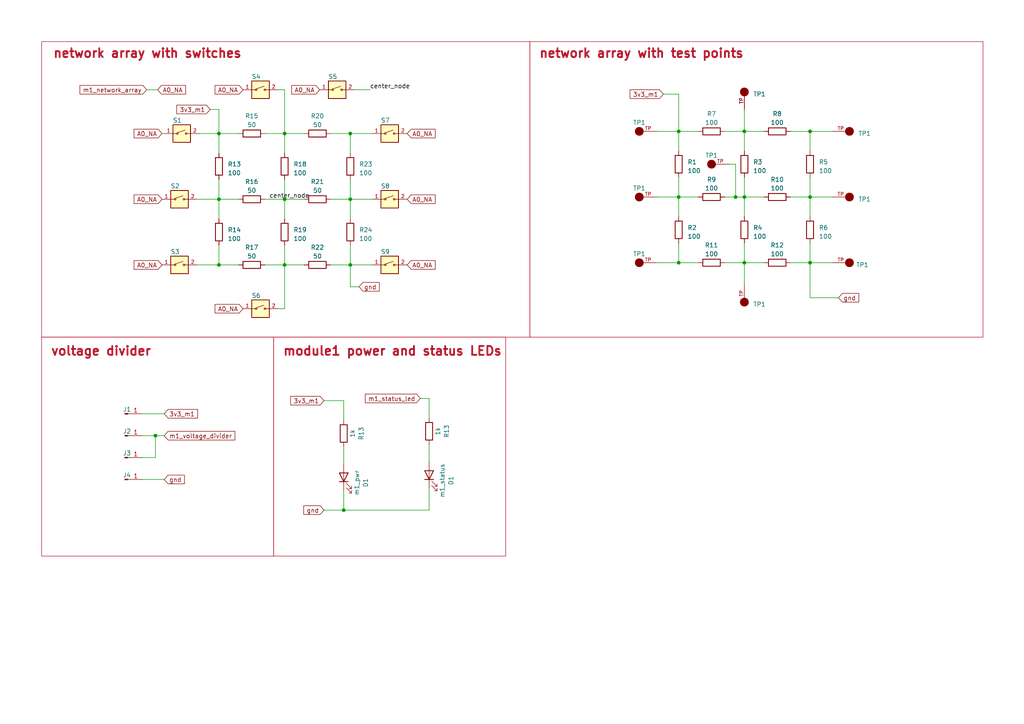
<source format=kicad_sch>
(kicad_sch (version 20230121) (generator eeschema)
  (paper "A4")
  (lib_symbols
    (symbol "5115:5115" (pin_names (offset 1.016) hide)
      (property "Reference" "TP" (at -2.5444 2.5415 0))
      (property "Value" "5115" (at -2.55 -5.0866 0))
      (symbol "5115_0_0"
        (circle (center 0 0) (radius 0.635) (stroke (width 1.27)))
        (pin passive line (at -5.08 0 0) (length 5.08) (name "~") (number "TP"))
      )
    )
    (symbol "Connector:Conn_01x01_Pin" (pin_names (offset 1.016) hide)
      (property "Reference" "J" (at 0 2.54 0))
      (property "Value" "Conn_01x01_Pin" (at 0 -2.54 0))
      (symbol "Conn_01x01_Pin_1_1"
        (polyline (pts (xy 1.27 0) (xy 0.8636 0)) (stroke (width 0.1524)))
        (rectangle (start 0.8636 0.127) (end 0 -0.127) (stroke (width 0.1524)) (fill (type outline)))
        (pin passive line (at 5.08 0 180) (length 3.81) (name "Pin_1") (number "1"))
      )
    )
    (symbol "Device:LED" (pin_numbers hide) (pin_names (offset 1.016) hide)
      (property "Reference" "D" (at 0 2.54 0))
      (property "Value" "LED" (at 0 -2.54 0))
      (symbol "LED_0_1"
        (polyline (pts (xy -1.27 -1.27) (xy -1.27 1.27)) (stroke (width 0.254)))
        (polyline (pts (xy -1.27 0) (xy 1.27 0)))
        (polyline (pts (xy 1.27 -1.27) (xy 1.27 1.27) (xy -1.27 0) (xy 1.27 -1.27)) (stroke (width 0.254)))
        (polyline (pts (xy -3.048 -0.762) (xy -4.572 -2.286) (xy -3.81 -2.286) (xy -4.572 -2.286) (xy -4.572 -1.524)))
        (polyline (pts (xy -1.778 -0.762) (xy -3.302 -2.286) (xy -2.54 -2.286) (xy -3.302 -2.286) (xy -3.302 -1.524)))
      )
      (symbol "LED_1_1"
        (pin passive line (at -3.81 0 0) (length 2.54) (name "K") (number "1"))
        (pin passive line (at 3.81 0 180) (length 2.54) (name "A") (number "2"))
      )
    )
    (symbol "Device:R" (pin_numbers hide) (pin_names (offset 0))
      (property "Reference" "R" (at 2.032 0 90))
      (property "Value" "R" (at 0 0 90))
      (symbol "R_0_1"
        (rectangle (start -1.016 -2.54) (end 1.016 2.54) (stroke (width 0.254)))
      )
      (symbol "R_1_1"
        (pin passive line (at 0 3.81 270) (length 1.27) (name "~") (number "1"))
        (pin passive line (at 0 -3.81 90) (length 1.27) (name "~") (number "2"))
      )
    )
    (symbol "FSM4JRT:4-1437565-0" (pin_names (offset 1.016))
      (property "Reference" "S" (at -2.545 2.545 0))
      (property "Value" "4-1437565-0" (at -2.7965 -6.3557 0))
      (symbol "4-1437565-0_0_0"
        (rectangle (start -2.54 -2.54) (end 2.54 2.54) (stroke (width 0.254)) (fill (type background)))
        (circle (center -1.27 0) (radius 0.254) (stroke (width 0.1524)))
        (polyline (pts (xy -1.27 0) (xy -2.54 0)) (stroke (width 0.1524)))
        (polyline (pts (xy -1.27 0.254) (xy 1.016 1.016)) (stroke (width 0.1524)))
        (polyline (pts (xy 1.27 0) (xy 2.54 0)) (stroke (width 0.1524)))
        (circle (center 1.27 0) (radius 0.254) (stroke (width 0.1524)))
        (pin passive line (at -5.08 0 0) (length 2.54) (name "~") (number "1"))
        (pin passive line (at 5.08 0 180) (length 2.54) (name "~") (number "2"))
      )
    )
  )
  (junction (at 82.55 38.735))
  (junction (at 45.085 126.365))
  (junction (at 82.55 57.785))
  (junction (at 63.5 38.735))
  (junction (at 82.55 76.835))
  (junction (at 215.9 57.15))
  (junction (at 234.95 38.1))
  (junction (at 234.95 57.15))
  (junction (at 215.9 76.2))
  (junction (at 63.5 57.785))
  (junction (at 63.5 76.835))
  (junction (at 101.6 76.835))
  (junction (at 196.85 38.1))
  (junction (at 101.6 57.785))
  (junction (at 234.95 76.2))
  (junction (at 213.36 57.15))
  (junction (at 215.9 38.1))
  (junction (at 101.6 38.735))
  (junction (at 99.695 147.955))
  (junction (at 196.85 76.2))
  (junction (at 196.85 57.15))
  (wire (pts (xy 82.55 89.535) (xy 82.55 76.835)))
  (wire (pts (xy 210.185 57.15) (xy 213.36 57.15)))
  (wire (pts (xy 101.6 76.835) (xy 107.95 76.835)))
  (wire (pts (xy 234.95 38.1) (xy 241.3 38.1)))
  (wire (pts (xy 107.95 57.785) (xy 101.6 57.785)))
  (wire (pts (xy 196.85 27.305) (xy 192.405 27.305)))
  (wire (pts (xy 47.625 120.015) (xy 41.275 120.015)))
  (wire (pts (xy 76.835 76.835) (xy 82.55 76.835)))
  (wire (pts (xy 229.235 38.1) (xy 234.95 38.1)))
  (wire (pts (xy 196.85 38.1) (xy 202.565 38.1)))
  (wire (pts (xy 211.455 47.625) (xy 213.36 47.625)))
  (wire (pts (xy 190.5 76.2) (xy 196.85 76.2)))
  (wire (pts (xy 190.5 57.15) (xy 196.85 57.15)))
  (wire (pts (xy 196.85 38.1) (xy 196.85 27.305)))
  (wire (pts (xy 196.85 70.485) (xy 196.85 76.2)))
  (wire (pts (xy 210.185 76.2) (xy 215.9 76.2)))
  (wire (pts (xy 57.15 57.785) (xy 63.5 57.785)))
  (wire (pts (xy 63.5 52.07) (xy 63.5 57.785)))
  (wire (pts (xy 99.695 147.955) (xy 124.46 147.955)))
  (wire (pts (xy 215.9 57.15) (xy 221.615 57.15)))
  (wire (pts (xy 213.36 47.625) (xy 213.36 57.15)))
  (wire (pts (xy 215.9 31.75) (xy 215.9 38.1)))
  (wire (pts (xy 57.785 38.735) (xy 63.5 38.735)))
  (wire (pts (xy 215.9 76.2) (xy 221.615 76.2)))
  (wire (pts (xy 215.9 57.15) (xy 215.9 62.865)))
  (wire (pts (xy 60.96 31.75) (xy 63.5 31.75)))
  (wire (pts (xy 101.6 38.735) (xy 107.95 38.735)))
  (wire (pts (xy 82.55 57.785) (xy 88.265 57.785)))
  (wire (pts (xy 82.55 38.735) (xy 88.265 38.735)))
  (wire (pts (xy 93.98 147.955) (xy 99.695 147.955)))
  (wire (pts (xy 215.9 38.1) (xy 215.9 43.815)))
  (wire (pts (xy 234.95 76.2) (xy 234.95 86.36)))
  (wire (pts (xy 215.9 76.2) (xy 215.9 82.55)))
  (wire (pts (xy 80.645 89.535) (xy 82.55 89.535)))
  (wire (pts (xy 213.36 57.15) (xy 215.9 57.15)))
  (wire (pts (xy 101.6 38.735) (xy 101.6 44.45)))
  (wire (pts (xy 95.885 38.735) (xy 101.6 38.735)))
  (wire (pts (xy 234.95 70.485) (xy 234.95 76.2)))
  (wire (pts (xy 196.85 57.15) (xy 202.565 57.15)))
  (wire (pts (xy 234.95 51.435) (xy 234.95 57.15)))
  (wire (pts (xy 41.275 126.365) (xy 45.085 126.365)))
  (wire (pts (xy 101.6 57.785) (xy 101.6 52.07)))
  (wire (pts (xy 82.55 38.735) (xy 82.55 44.45)))
  (wire (pts (xy 82.55 76.835) (xy 88.265 76.835)))
  (wire (pts (xy 80.645 26.035) (xy 82.55 26.035)))
  (wire (pts (xy 76.835 57.785) (xy 82.55 57.785)))
  (wire (pts (xy 196.85 57.15) (xy 196.85 62.865)))
  (wire (pts (xy 57.15 76.835) (xy 63.5 76.835)))
  (wire (pts (xy 82.55 52.07) (xy 82.55 57.785)))
  (wire (pts (xy 63.5 31.75) (xy 63.5 38.735)))
  (wire (pts (xy 234.95 57.15) (xy 229.235 57.15)))
  (wire (pts (xy 234.95 86.36) (xy 243.205 86.36)))
  (wire (pts (xy 99.695 129.54) (xy 99.695 134.62)))
  (wire (pts (xy 47.625 139.065) (xy 41.275 139.065)))
  (wire (pts (xy 215.9 38.1) (xy 221.615 38.1)))
  (wire (pts (xy 104.14 83.185) (xy 101.6 83.185)))
  (wire (pts (xy 63.5 57.785) (xy 69.215 57.785)))
  (wire (pts (xy 42.545 26.035) (xy 45.72 26.035)))
  (wire (pts (xy 101.6 83.185) (xy 101.6 76.835)))
  (wire (pts (xy 215.9 51.435) (xy 215.9 57.15)))
  (wire (pts (xy 210.185 38.1) (xy 215.9 38.1)))
  (wire (pts (xy 234.95 76.2) (xy 241.3 76.2)))
  (wire (pts (xy 82.55 26.035) (xy 82.55 38.735)))
  (wire (pts (xy 45.085 126.365) (xy 47.625 126.365)))
  (wire (pts (xy 196.85 76.2) (xy 202.565 76.2)))
  (wire (pts (xy 63.5 38.735) (xy 69.215 38.735)))
  (wire (pts (xy 234.95 57.15) (xy 241.3 57.15)))
  (wire (pts (xy 47.625 38.735) (xy 46.99 38.735)))
  (wire (pts (xy 101.6 71.12) (xy 101.6 76.835)))
  (wire (pts (xy 63.5 44.45) (xy 63.5 38.735)))
  (wire (pts (xy 196.85 38.1) (xy 196.85 43.815)))
  (wire (pts (xy 215.9 70.485) (xy 215.9 76.2)))
  (wire (pts (xy 234.95 38.1) (xy 234.95 43.815)))
  (wire (pts (xy 99.695 116.205) (xy 99.695 121.92)))
  (wire (pts (xy 190.5 38.1) (xy 196.85 38.1)))
  (wire (pts (xy 121.92 115.57) (xy 124.46 115.57)))
  (wire (pts (xy 99.695 142.24) (xy 99.695 147.955)))
  (wire (pts (xy 82.55 57.785) (xy 82.55 63.5)))
  (wire (pts (xy 41.275 132.715) (xy 45.085 132.715)))
  (wire (pts (xy 93.98 116.205) (xy 99.695 116.205)))
  (wire (pts (xy 45.085 132.715) (xy 45.085 126.365)))
  (wire (pts (xy 234.95 57.15) (xy 234.95 62.865)))
  (wire (pts (xy 102.87 26.035) (xy 107.315 26.035)))
  (wire (pts (xy 124.46 147.955) (xy 124.46 141.605)))
  (wire (pts (xy 63.5 57.785) (xy 63.5 63.5)))
  (wire (pts (xy 196.85 51.435) (xy 196.85 57.15)))
  (wire (pts (xy 95.885 57.785) (xy 101.6 57.785)))
  (wire (pts (xy 76.835 38.735) (xy 82.55 38.735)))
  (wire (pts (xy 124.46 128.905) (xy 124.46 133.985)))
  (wire (pts (xy 63.5 76.835) (xy 69.215 76.835)))
  (wire (pts (xy 63.5 71.12) (xy 63.5 76.835)))
  (wire (pts (xy 101.6 57.785) (xy 101.6 63.5)))
  (wire (pts (xy 229.235 76.2) (xy 234.95 76.2)))
  (wire (pts (xy 95.885 76.835) (xy 101.6 76.835)))
  (wire (pts (xy 82.55 71.12) (xy 82.55 76.835)))
  (wire (pts (xy 124.46 115.57) (xy 124.46 121.285)))
  (rectangle (start 12.065 97.79) (end 79.375 161.29) (stroke (width 0) (color 180 20 40 1)))
  (rectangle (start 79.375 97.79) (end 146.685 161.29) (stroke (width 0) (color 180 20 40 1)))
  (rectangle (start 12.065 12.065) (end 153.67 97.79) (stroke (width 0) (color 180 20 40 1)))
  (rectangle (start 153.67 12.065) (end 285.115 97.79) (stroke (width 0) (color 180 20 40 1)))
  (text "network array with switches" (at 15.24 17.145 0) (effects (font (size 2.57 2.57) (thickness 0.514) bold) (justify left bottom)))
  (text "module1 power and status LEDs" (at 81.915 103.505 0) (effects (font (size 2.57 2.57) (thickness 0.514) bold) (justify left bottom)))
  (text "voltage divider\n" (at 14.605 103.505 0) (effects (font (size 2.57 2.57) (thickness 0.514) bold) (justify left bottom)))
  (text "network array with test points\n" (at 156.21 17.145 0) (effects (font (size 2.57 2.57) (thickness 0.514) bold) (justify left bottom)))
  (label "center_node" (at 107.315 26.035 0))
  (label "center_node" (at 78.105 57.785 0))
  (global_label "gnd" (shape input) (at 104.14 83.185 0) (property "Intersheetrefs" "${INTERSHEET_REFS}" (effects hide)))
  (global_label "A0_NA" (shape input) (at 46.99 76.835 180) (property "Intersheetrefs" "${INTERSHEET_REFS}" (effects hide)))
  (global_label "A0_NA" (shape input) (at 46.99 57.785 180) (property "Intersheetrefs" "${INTERSHEET_REFS}" (effects hide)))
  (global_label "A0_NA" (shape input) (at 46.99 38.735 180) (property "Intersheetrefs" "${INTERSHEET_REFS}" (effects hide)))
  (global_label "A0_NA" (shape input) (at 118.11 76.835 0) (property "Intersheetrefs" "${INTERSHEET_REFS}" (effects hide)))
  (global_label "A0_NA" (shape input) (at 45.72 26.035 0) (property "Intersheetrefs" "${INTERSHEET_REFS}" (effects hide)))
  (global_label "A0_NA" (shape input) (at 118.11 38.735 0) (property "Intersheetrefs" "${INTERSHEET_REFS}" (effects hide)))
  (global_label "m1_voltage_divider" (shape input) (at 47.625 126.365 0) (property "Intersheetrefs" "${INTERSHEET_REFS}" (effects hide)))
  (global_label "3v3_m1" (shape input) (at 192.405 27.305 180) (property "Intersheetrefs" "${INTERSHEET_REFS}" (effects hide)))
  (global_label "A0_NA" (shape input) (at 118.11 57.785 0) (property "Intersheetrefs" "${INTERSHEET_REFS}" (effects hide)))
  (global_label "3v3_m1" (shape input) (at 47.625 120.015 0) (property "Intersheetrefs" "${INTERSHEET_REFS}" (effects hide)))
  (global_label "gnd" (shape input) (at 93.98 147.955 180) (property "Intersheetrefs" "${INTERSHEET_REFS}" (effects hide)))
  (global_label "m1_network_array" (shape input) (at 42.545 26.035 180) (property "Intersheetrefs" "${INTERSHEET_REFS}" (effects hide)))
  (global_label "3v3_m1" (shape input) (at 93.98 116.205 180) (property "Intersheetrefs" "${INTERSHEET_REFS}" (effects hide)))
  (global_label "3v3_m1" (shape input) (at 60.96 31.75 180) (property "Intersheetrefs" "${INTERSHEET_REFS}" (effects hide)))
  (global_label "A0_NA" (shape input) (at 92.71 26.035 180) (property "Intersheetrefs" "${INTERSHEET_REFS}" (effects hide)))
  (global_label "A0_NA" (shape input) (at 70.485 26.035 180) (property "Intersheetrefs" "${INTERSHEET_REFS}" (effects hide)))
  (global_label "gnd" (shape input) (at 243.205 86.36 0) (property "Intersheetrefs" "${INTERSHEET_REFS}" (effects hide)))
  (global_label "m1_status_led" (shape input) (at 121.92 115.57 180) (property "Intersheetrefs" "${INTERSHEET_REFS}" (effects hide)))
  (global_label "A0_NA" (shape input) (at 70.485 89.535 180) (property "Intersheetrefs" "${INTERSHEET_REFS}" (effects hide)))
  (global_label "gnd" (shape input) (at 47.625 139.065 0) (property "Intersheetrefs" "${INTERSHEET_REFS}" (effects hide)))
  (symbol (lib_id "Device:R") (at 215.9 47.625 0) (unit 1)
    (property "Reference" "R3" (at 218.44 46.99 0) (effects (justify left)))
    (property "Value" "100" (at 218.44 49.53 0) (effects (justify left)))
    (property "Footprint" "Resistor_SMD:R_0805_2012Metric_Pad1.20x1.40mm_HandSolder" (effects hide))
    (instances (project "EE105_devboard" (path "" (reference "R3") (unit 1)) (path "" (reference "R19") (unit 1))))
  )
  (symbol (lib_id "Device:R") (at 234.95 66.675 0) (unit 1)
    (property "Reference" "R6" (at 237.49 66.04 0) (effects (justify left)))
    (property "Value" "100" (at 237.49 68.58 0) (effects (justify left)))
    (property "Footprint" "Resistor_SMD:R_0805_2012Metric_Pad1.20x1.40mm_HandSolder" (effects hide))
    (instances (project "EE105_devboard" (path "" (reference "R6") (unit 1)) (path "" (reference "R25") (unit 1))))
  )
  (symbol (lib_id "FSM4JRT:4-1437565-0") (at 97.79 26.035 0) (unit 1)
    (property "Reference" "S5" (at 96.52 22.225 0))
    (property "Value" "4-1437565-0" (effects hide))
    (property "Footprint" "custom_footprints:SW_4-1437565-0" (effects hide))
    (property "Comment" "4-1437565-0" (effects hide))
    (property "MF" "TE Connectivity" (effects hide))
    (property "Description" "\nAlcoswitch, Tactile switch, PCB, SPST, raised actuator, FSM4JRT | TE Connectivity FSM4JRT\n" (effects hide))
    (property "Package" "None" (effects hide))
    (property "Price" "None" (effects hide))
    (property "Check_prices" "https://www.snapeda.com/parts/FSM4JRT/TE+Connectivity+ALCOSWITCH+Switches/view-part/?ref=eda" (effects hide))
    (property "STANDARD" "Manufacturer Recommendations" (effects hide))
    (property "PARTREV" "P6" (effects hide))
    (property "SnapEDA_Link" "https://www.snapeda.com/parts/FSM4JRT/TE+Connectivity+ALCOSWITCH+Switches/view-part/?ref=snap" (effects hide))
    (property "MP" "FSM4JRT" (effects hide))
    (property "Availability" "In Stock" (effects hide))
    (property "MANUFACTURER" "TE CONNECTIVITY" (effects hide))
  )
  (symbol (lib_id "Device:R") (at 82.55 67.31 0) (unit 1)
    (property "Reference" "R19" (at 85.09 66.675 0) (effects (justify left)))
    (property "Value" "100" (at 85.09 69.215 0) (effects (justify left)))
    (property "Footprint" "Resistor_SMD:R_0805_2012Metric_Pad1.20x1.40mm_HandSolder" (effects hide))
    (instances (project "EE105_devboard" (path "" (reference "R19") (unit 1)) (path "" (reference "R7") (unit 1))))
  )
  (symbol (lib_id "Device:R") (at 92.075 57.785 90) (unit 1)
    (property "Reference" "R21" (at 92.075 52.705 90))
    (property "Value" "50" (at 92.075 55.245 90))
    (property "Footprint" "Resistor_SMD:R_0805_2012Metric_Pad1.20x1.40mm_HandSolder" (effects hide))
    (instances (project "EE105_devboard" (path "" (reference "R21") (unit 1)) (path "" (reference "R9") (unit 1))))
  )
  (symbol (lib_id "FSM4JRT:4-1437565-0") (at 52.705 38.735 0) (unit 1)
    (property "Reference" "S1" (at 51.435 34.925 0))
    (property "Value" "4-1437565-0" (effects hide))
    (property "Footprint" "custom_footprints:SW_4-1437565-0" (effects hide))
    (property "Comment" "4-1437565-0" (effects hide))
    (property "MF" "TE Connectivity" (effects hide))
    (property "Description" "\nAlcoswitch, Tactile switch, PCB, SPST, raised actuator, FSM4JRT | TE Connectivity FSM4JRT\n" (effects hide))
    (property "Package" "None" (effects hide))
    (property "Price" "None" (effects hide))
    (property "Check_prices" "https://www.snapeda.com/parts/FSM4JRT/TE+Connectivity+ALCOSWITCH+Switches/view-part/?ref=eda" (effects hide))
    (property "STANDARD" "Manufacturer Recommendations" (effects hide))
    (property "PARTREV" "P6" (effects hide))
    (property "SnapEDA_Link" "https://www.snapeda.com/parts/FSM4JRT/TE+Connectivity+ALCOSWITCH+Switches/view-part/?ref=snap" (effects hide))
    (property "MP" "FSM4JRT" (effects hide))
    (property "Availability" "In Stock" (effects hide))
    (property "MANUFACTURER" "TE CONNECTIVITY" (effects hide))
  )
  (symbol (lib_id "Device:R") (at 73.025 76.835 90) (unit 1)
    (property "Reference" "R17" (at 73.025 71.755 90))
    (property "Value" "50" (at 73.025 74.295 90))
    (property "Footprint" "Resistor_SMD:R_0805_2012Metric_Pad1.20x1.40mm_HandSolder" (effects hide))
    (instances (project "EE105_devboard" (path "" (reference "R17") (unit 1)) (path "" (reference "R5") (unit 1))))
  )
  (symbol (lib_id "FSM4JRT:4-1437565-0") (at 113.03 76.835 0) (unit 1)
    (property "Reference" "S9" (at 111.76 73.025 0))
    (property "Value" "4-1437565-0" (effects hide))
    (property "Footprint" "custom_footprints:SW_4-1437565-0" (effects hide))
    (property "Comment" "4-1437565-0" (effects hide))
    (property "MF" "TE Connectivity" (effects hide))
    (property "Description" "\nAlcoswitch, Tactile switch, PCB, SPST, raised actuator, FSM4JRT | TE Connectivity FSM4JRT\n" (effects hide))
    (property "Package" "None" (effects hide))
    (property "Price" "None" (effects hide))
    (property "Check_prices" "https://www.snapeda.com/parts/FSM4JRT/TE+Connectivity+ALCOSWITCH+Switches/view-part/?ref=eda" (effects hide))
    (property "STANDARD" "Manufacturer Recommendations" (effects hide))
    (property "PARTREV" "P6" (effects hide))
    (property "SnapEDA_Link" "https://www.snapeda.com/parts/FSM4JRT/TE+Connectivity+ALCOSWITCH+Switches/view-part/?ref=snap" (effects hide))
    (property "MP" "FSM4JRT" (effects hide))
    (property "Availability" "In Stock" (effects hide))
    (property "MANUFACTURER" "TE CONNECTIVITY" (effects hide))
  )
  (symbol (lib_id "Device:R") (at 73.025 57.785 90) (unit 1)
    (property "Reference" "R16" (at 73.025 52.705 90))
    (property "Value" "50" (at 73.025 55.245 90))
    (property "Footprint" "Resistor_SMD:R_0805_2012Metric_Pad1.20x1.40mm_HandSolder" (effects hide))
    (instances (project "EE105_devboard" (path "" (reference "R16") (unit 1)) (path "" (reference "R4") (unit 1))))
  )
  (symbol (lib_id "Device:R") (at 101.6 48.26 0) (unit 1)
    (property "Reference" "R23" (at 104.14 47.625 0) (effects (justify left)))
    (property "Value" "100" (at 104.14 50.165 0) (effects (justify left)))
    (property "Footprint" "Resistor_SMD:R_0805_2012Metric_Pad1.20x1.40mm_HandSolder" (effects hide))
    (instances (project "EE105_devboard" (path "" (reference "R23") (unit 1)) (path "" (reference "R11") (unit 1))))
  )
  (symbol (lib_id "Device:R") (at 234.95 47.625 0) (unit 1)
    (property "Reference" "R5" (at 237.49 46.99 0) (effects (justify left)))
    (property "Value" "100" (at 237.49 49.53 0) (effects (justify left)))
    (property "Footprint" "Resistor_SMD:R_0805_2012Metric_Pad1.20x1.40mm_HandSolder" (effects hide))
    (instances (project "EE105_devboard" (path "" (reference "R5") (unit 1)) (path "" (reference "R24") (unit 1))))
  )
  (symbol (lib_id "Device:R") (at 92.075 38.735 90) (unit 1)
    (property "Reference" "R20" (at 92.075 33.655 90))
    (property "Value" "50" (at 92.075 36.195 90))
    (property "Footprint" "Resistor_SMD:R_0805_2012Metric_Pad1.20x1.40mm_HandSolder" (effects hide))
    (instances (project "EE105_devboard" (path "" (reference "R20") (unit 1)) (path "" (reference "R8") (unit 1))))
  )
  (symbol (lib_id "FSM4JRT:4-1437565-0") (at 75.565 26.035 0) (unit 1)
    (property "Reference" "S4" (at 74.295 22.225 0))
    (property "Value" "4-1437565-0" (effects hide))
    (property "Footprint" "custom_footprints:SW_4-1437565-0" (effects hide))
    (property "Comment" "4-1437565-0" (effects hide))
    (property "MF" "TE Connectivity" (effects hide))
    (property "Description" "\nAlcoswitch, Tactile switch, PCB, SPST, raised actuator, FSM4JRT | TE Connectivity FSM4JRT\n" (effects hide))
    (property "Package" "None" (effects hide))
    (property "Price" "None" (effects hide))
    (property "Check_prices" "https://www.snapeda.com/parts/FSM4JRT/TE+Connectivity+ALCOSWITCH+Switches/view-part/?ref=eda" (effects hide))
    (property "STANDARD" "Manufacturer Recommendations" (effects hide))
    (property "PARTREV" "P6" (effects hide))
    (property "SnapEDA_Link" "https://www.snapeda.com/parts/FSM4JRT/TE+Connectivity+ALCOSWITCH+Switches/view-part/?ref=snap" (effects hide))
    (property "MP" "FSM4JRT" (effects hide))
    (property "Availability" "In Stock" (effects hide))
    (property "MANUFACTURER" "TE CONNECTIVITY" (effects hide))
  )
  (symbol (lib_id "Device:LED") (at 99.695 138.43 90) (unit 1)
    (property "Reference" "D1" (at 106.045 140.0175 0))
    (property "Value" "m1_pwr" (at 103.505 140.0175 0))
    (property "Footprint" "LED_SMD:LED_0805_2012Metric_Pad1.15x1.40mm_HandSolder" (effects hide))
    (instances (project "EE105_devboard" (path "" (reference "D1") (unit 1)) (path "" (reference "D5") (unit 1))))
  )
  (symbol (lib_id "5115:5115") (at 246.38 57.15 0) (unit 1)
    (property "Reference" "TP1" (at 248.92 57.785 0) (effects (justify left)))
    (property "Value" "5115" (effects hide))
    (property "Footprint" "custom_footprints:5115" (effects hide))
    (property "MF" "Keystone Electronics" (effects hide))
    (property "MAXIMUM_PACKAGE_HEIGHT" "4.57 mm" (effects hide))
    (property "Package" "None" (effects hide))
    (property "Price" "None" (effects hide))
    (property "Check_prices" "https://www.snapeda.com/parts/5115/Keystone+Electronics/view-part/?ref=eda" (effects hide))
    (property "STANDARD" "Manufacturer Recommendations" (effects hide))
    (property "PARTREV" "H" (effects hide))
    (property "SnapEDA_Link" "https://www.snapeda.com/parts/5115/Keystone+Electronics/view-part/?ref=snap" (effects hide))
    (property "MP" "5115" (effects hide))
    (property "Description" "\nTest Point Miniature THM H .300 Nylon 46 Insulated Brown PhosBronze/Silver | Keystone Electronics 5115\n" (effects hide))
    (property "MANUFACTURER" "Keystone" (effects hide))
    (property "Availability" "In Stock" (effects hide))
    (property "SNAPEDA_PN" "5000" (effects hide))
    (instances (project "EE105_devboard" (path "" (reference "TP1") (unit 1)) (path "" (reference "TP8") (unit 1))))
  )
  (symbol (lib_id "5115:5115") (at 246.38 38.1 0) (unit 1)
    (property "Reference" "TP1" (at 248.92 38.735 0) (effects (justify left)))
    (property "Value" "5115" (effects hide))
    (property "Footprint" "custom_footprints:5115" (effects hide))
    (property "MF" "Keystone Electronics" (effects hide))
    (property "MAXIMUM_PACKAGE_HEIGHT" "4.57 mm" (effects hide))
    (property "Package" "None" (effects hide))
    (property "Price" "None" (effects hide))
    (property "Check_prices" "https://www.snapeda.com/parts/5115/Keystone+Electronics/view-part/?ref=eda" (effects hide))
    (property "STANDARD" "Manufacturer Recommendations" (effects hide))
    (property "PARTREV" "H" (effects hide))
    (property "SnapEDA_Link" "https://www.snapeda.com/parts/5115/Keystone+Electronics/view-part/?ref=snap" (effects hide))
    (property "MP" "5115" (effects hide))
    (property "Description" "\nTest Point Miniature THM H .300 Nylon 46 Insulated Brown PhosBronze/Silver | Keystone Electronics 5115\n" (effects hide))
    (property "MANUFACTURER" "Keystone" (effects hide))
    (property "Availability" "In Stock" (effects hide))
    (property "SNAPEDA_PN" "5000" (effects hide))
    (instances (project "EE105_devboard" (path "" (reference "TP1") (unit 1)) (path "" (reference "TP7") (unit 1))))
  )
  (symbol (lib_id "Device:R") (at 63.5 67.31 0) (unit 1)
    (property "Reference" "R14" (at 66.04 66.675 0) (effects (justify left)))
    (property "Value" "100" (at 66.04 69.215 0) (effects (justify left)))
    (property "Footprint" "Resistor_SMD:R_0805_2012Metric_Pad1.20x1.40mm_HandSolder" (effects hide))
    (instances (project "EE105_devboard" (path "" (reference "R14") (unit 1)) (path "" (reference "R2") (unit 1))))
  )
  (symbol (lib_id "Device:R") (at 82.55 48.26 0) (unit 1)
    (property "Reference" "R18" (at 85.09 47.625 0) (effects (justify left)))
    (property "Value" "100" (at 85.09 50.165 0) (effects (justify left)))
    (property "Footprint" "Resistor_SMD:R_0805_2012Metric_Pad1.20x1.40mm_HandSolder" (effects hide))
    (instances (project "EE105_devboard" (path "" (reference "R18") (unit 1)) (path "" (reference "R6") (unit 1))))
  )
  (symbol (lib_id "Device:R") (at 225.425 57.15 90) (unit 1)
    (property "Reference" "R10" (at 225.425 52.07 90))
    (property "Value" "100" (at 225.425 54.61 90))
    (property "Footprint" "Resistor_SMD:R_0805_2012Metric_Pad1.20x1.40mm_HandSolder" (effects hide))
    (instances (project "EE105_devboard" (path "" (reference "R10") (unit 1)) (path "" (reference "R22") (unit 1))))
  )
  (symbol (lib_id "Device:R") (at 63.5 48.26 0) (unit 1)
    (property "Reference" "R13" (at 66.04 47.625 0) (effects (justify left)))
    (property "Value" "100" (at 66.04 50.165 0) (effects (justify left)))
    (property "Footprint" "Resistor_SMD:R_0805_2012Metric_Pad1.20x1.40mm_HandSolder" (effects hide))
    (instances (project "EE105_devboard" (path "" (reference "R13") (unit 1)) (path "" (reference "R1") (unit 1))))
  )
  (symbol (lib_id "Device:R") (at 206.375 57.15 90) (unit 1)
    (property "Reference" "R9" (at 206.375 52.07 90))
    (property "Value" "100" (at 206.375 54.61 90))
    (property "Footprint" "Resistor_SMD:R_0805_2012Metric_Pad1.20x1.40mm_HandSolder" (effects hide))
    (instances (project "EE105_devboard" (path "" (reference "R9") (unit 1)) (path "" (reference "R17") (unit 1))))
  )
  (symbol (lib_id "FSM4JRT:4-1437565-0") (at 113.03 38.735 0) (unit 1)
    (property "Reference" "S7" (at 111.76 34.925 0))
    (property "Value" "4-1437565-0" (effects hide))
    (property "Footprint" "custom_footprints:SW_4-1437565-0" (effects hide))
    (property "Comment" "4-1437565-0" (effects hide))
    (property "MF" "TE Connectivity" (effects hide))
    (property "Description" "\nAlcoswitch, Tactile switch, PCB, SPST, raised actuator, FSM4JRT | TE Connectivity FSM4JRT\n" (effects hide))
    (property "Package" "None" (effects hide))
    (property "Price" "None" (effects hide))
    (property "Check_prices" "https://www.snapeda.com/parts/FSM4JRT/TE+Connectivity+ALCOSWITCH+Switches/view-part/?ref=eda" (effects hide))
    (property "STANDARD" "Manufacturer Recommendations" (effects hide))
    (property "PARTREV" "P6" (effects hide))
    (property "SnapEDA_Link" "https://www.snapeda.com/parts/FSM4JRT/TE+Connectivity+ALCOSWITCH+Switches/view-part/?ref=snap" (effects hide))
    (property "MP" "FSM4JRT" (effects hide))
    (property "Availability" "In Stock" (effects hide))
    (property "MANUFACTURER" "TE CONNECTIVITY" (effects hide))
  )
  (symbol (lib_id "Device:R") (at 215.9 66.675 0) (unit 1)
    (property "Reference" "R4" (at 218.44 66.04 0) (effects (justify left)))
    (property "Value" "100" (at 218.44 68.58 0) (effects (justify left)))
    (property "Footprint" "Resistor_SMD:R_0805_2012Metric_Pad1.20x1.40mm_HandSolder" (effects hide))
    (instances (project "EE105_devboard" (path "" (reference "R4") (unit 1)) (path "" (reference "R20") (unit 1))))
  )
  (symbol (lib_id "Device:R") (at 92.075 76.835 90) (unit 1)
    (property "Reference" "R22" (at 92.075 71.755 90))
    (property "Value" "50" (at 92.075 74.295 90))
    (property "Footprint" "Resistor_SMD:R_0805_2012Metric_Pad1.20x1.40mm_HandSolder" (effects hide))
    (instances (project "EE105_devboard" (path "" (reference "R22") (unit 1)) (path "" (reference "R10") (unit 1))))
  )
  (symbol (lib_id "Device:R") (at 225.425 76.2 90) (unit 1)
    (property "Reference" "R12" (at 225.425 71.12 90))
    (property "Value" "100" (at 225.425 73.66 90))
    (property "Footprint" "Resistor_SMD:R_0805_2012Metric_Pad1.20x1.40mm_HandSolder" (effects hide))
    (instances (project "EE105_devboard" (path "" (reference "R12") (unit 1)) (path "" (reference "R23") (unit 1))))
  )
  (symbol (lib_id "5115:5115") (at 215.9 26.67 90) (unit 1)
    (property "Reference" "TP1" (at 218.44 27.305 90) (effects (justify right)))
    (property "Value" "5115" (effects hide))
    (property "Footprint" "custom_footprints:5115" (effects hide))
    (property "MF" "Keystone Electronics" (effects hide))
    (property "MAXIMUM_PACKAGE_HEIGHT" "4.57 mm" (effects hide))
    (property "Package" "None" (effects hide))
    (property "Price" "None" (effects hide))
    (property "Check_prices" "https://www.snapeda.com/parts/5115/Keystone+Electronics/view-part/?ref=eda" (effects hide))
    (property "STANDARD" "Manufacturer Recommendations" (effects hide))
    (property "PARTREV" "H" (effects hide))
    (property "SnapEDA_Link" "https://www.snapeda.com/parts/5115/Keystone+Electronics/view-part/?ref=snap" (effects hide))
    (property "MP" "5115" (effects hide))
    (property "Description" "\nTest Point Miniature THM H .300 Nylon 46 Insulated Brown PhosBronze/Silver | Keystone Electronics 5115\n" (effects hide))
    (property "MANUFACTURER" "Keystone" (effects hide))
    (property "Availability" "In Stock" (effects hide))
    (property "SNAPEDA_PN" "5000" (effects hide))
    (instances (project "EE105_devboard" (path "" (reference "TP1") (unit 1)) (path "" (reference "TP4") (unit 1))))
  )
  (symbol (lib_id "FSM4JRT:4-1437565-0") (at 75.565 89.535 0) (unit 1)
    (property "Reference" "S6" (at 74.295 85.725 0))
    (property "Value" "4-1437565-0" (effects hide))
    (property "Footprint" "custom_footprints:SW_4-1437565-0" (effects hide))
    (property "Comment" "4-1437565-0" (effects hide))
    (property "MF" "TE Connectivity" (effects hide))
    (property "Description" "\nAlcoswitch, Tactile switch, PCB, SPST, raised actuator, FSM4JRT | TE Connectivity FSM4JRT\n" (effects hide))
    (property "Package" "None" (effects hide))
    (property "Price" "None" (effects hide))
    (property "Check_prices" "https://www.snapeda.com/parts/FSM4JRT/TE+Connectivity+ALCOSWITCH+Switches/view-part/?ref=eda" (effects hide))
    (property "STANDARD" "Manufacturer Recommendations" (effects hide))
    (property "PARTREV" "P6" (effects hide))
    (property "SnapEDA_Link" "https://www.snapeda.com/parts/FSM4JRT/TE+Connectivity+ALCOSWITCH+Switches/view-part/?ref=snap" (effects hide))
    (property "MP" "FSM4JRT" (effects hide))
    (property "Availability" "In Stock" (effects hide))
    (property "MANUFACTURER" "TE CONNECTIVITY" (effects hide))
  )
  (symbol (lib_id "5115:5115") (at 206.375 47.625 180) (unit 1)
    (property "Reference" "TP1" (at 206.375 45.085 0))
    (property "Value" "5115" (effects hide))
    (property "Footprint" "custom_footprints:5115" (effects hide))
    (property "MF" "Keystone Electronics" (effects hide))
    (property "MAXIMUM_PACKAGE_HEIGHT" "4.57 mm" (effects hide))
    (property "Package" "None" (effects hide))
    (property "Price" "None" (effects hide))
    (property "Check_prices" "https://www.snapeda.com/parts/5115/Keystone+Electronics/view-part/?ref=eda" (effects hide))
    (property "STANDARD" "Manufacturer Recommendations" (effects hide))
    (property "PARTREV" "H" (effects hide))
    (property "SnapEDA_Link" "https://www.snapeda.com/parts/5115/Keystone+Electronics/view-part/?ref=snap" (effects hide))
    (property "MP" "5115" (effects hide))
    (property "Description" "\nTest Point Miniature THM H .300 Nylon 46 Insulated Brown PhosBronze/Silver | Keystone Electronics 5115\n" (effects hide))
    (property "MANUFACTURER" "Keystone" (effects hide))
    (property "Availability" "In Stock" (effects hide))
    (property "SNAPEDA_PN" "5000" (effects hide))
    (instances (project "EE105_devboard" (path "" (reference "TP1") (unit 1)) (path "" (reference "TP5") (unit 1))))
  )
  (symbol (lib_id "FSM4JRT:4-1437565-0") (at 52.07 76.835 0) (unit 1)
    (property "Reference" "S3" (at 50.8 73.025 0))
    (property "Value" "4-1437565-0" (effects hide))
    (property "Footprint" "custom_footprints:SW_4-1437565-0" (effects hide))
    (property "Comment" "4-1437565-0" (effects hide))
    (property "MF" "TE Connectivity" (effects hide))
    (property "Description" "\nAlcoswitch, Tactile switch, PCB, SPST, raised actuator, FSM4JRT | TE Connectivity FSM4JRT\n" (effects hide))
    (property "Package" "None" (effects hide))
    (property "Price" "None" (effects hide))
    (property "Check_prices" "https://www.snapeda.com/parts/FSM4JRT/TE+Connectivity+ALCOSWITCH+Switches/view-part/?ref=eda" (effects hide))
    (property "STANDARD" "Manufacturer Recommendations" (effects hide))
    (property "PARTREV" "P6" (effects hide))
    (property "SnapEDA_Link" "https://www.snapeda.com/parts/FSM4JRT/TE+Connectivity+ALCOSWITCH+Switches/view-part/?ref=snap" (effects hide))
    (property "MP" "FSM4JRT" (effects hide))
    (property "Availability" "In Stock" (effects hide))
    (property "MANUFACTURER" "TE CONNECTIVITY" (effects hide))
  )
  (symbol (lib_id "Connector:Conn_01x01_Pin") (at 36.195 120.015 0) (unit 1)
    (property "Reference" "J1" (at 36.83 118.745 0))
    (property "Value" "Conn_01x01_Pin" (effects hide))
    (property "Footprint" "Connector_PinHeader_2.54mm:PinHeader_1x01_P2.54mm_Vertical" (effects hide))
  )
  (symbol (lib_id "FSM4JRT:4-1437565-0") (at 113.03 57.785 0) (unit 1)
    (property "Reference" "S8" (at 111.76 53.975 0))
    (property "Value" "4-1437565-0" (effects hide))
    (property "Footprint" "custom_footprints:SW_4-1437565-0" (effects hide))
    (property "Comment" "4-1437565-0" (effects hide))
    (property "MF" "TE Connectivity" (effects hide))
    (property "Description" "\nAlcoswitch, Tactile switch, PCB, SPST, raised actuator, FSM4JRT | TE Connectivity FSM4JRT\n" (effects hide))
    (property "Package" "None" (effects hide))
    (property "Price" "None" (effects hide))
    (property "Check_prices" "https://www.snapeda.com/parts/FSM4JRT/TE+Connectivity+ALCOSWITCH+Switches/view-part/?ref=eda" (effects hide))
    (property "STANDARD" "Manufacturer Recommendations" (effects hide))
    (property "PARTREV" "P6" (effects hide))
    (property "SnapEDA_Link" "https://www.snapeda.com/parts/FSM4JRT/TE+Connectivity+ALCOSWITCH+Switches/view-part/?ref=snap" (effects hide))
    (property "MP" "FSM4JRT" (effects hide))
    (property "Availability" "In Stock" (effects hide))
    (property "MANUFACTURER" "TE CONNECTIVITY" (effects hide))
  )
  (symbol (lib_id "5115:5115") (at 185.42 76.2 180) (unit 1)
    (property "Reference" "TP1" (at 185.42 73.66 0))
    (property "Value" "5115" (effects hide))
    (property "Footprint" "custom_footprints:5115" (effects hide))
    (property "MF" "Keystone Electronics" (effects hide))
    (property "MAXIMUM_PACKAGE_HEIGHT" "4.57 mm" (effects hide))
    (property "Package" "None" (effects hide))
    (property "Price" "None" (effects hide))
    (property "Check_prices" "https://www.snapeda.com/parts/5115/Keystone+Electronics/view-part/?ref=eda" (effects hide))
    (property "STANDARD" "Manufacturer Recommendations" (effects hide))
    (property "PARTREV" "H" (effects hide))
    (property "SnapEDA_Link" "https://www.snapeda.com/parts/5115/Keystone+Electronics/view-part/?ref=snap" (effects hide))
    (property "MP" "5115" (effects hide))
    (property "Description" "\nTest Point Miniature THM H .300 Nylon 46 Insulated Brown PhosBronze/Silver | Keystone Electronics 5115\n" (effects hide))
    (property "MANUFACTURER" "Keystone" (effects hide))
    (property "Availability" "In Stock" (effects hide))
    (property "SNAPEDA_PN" "5000" (effects hide))
    (instances (project "EE105_devboard" (path "" (reference "TP1") (unit 1)) (path "" (reference "TP3") (unit 1))))
  )
  (symbol (lib_id "Device:R") (at 124.46 125.095 0) (unit 1)
    (property "Reference" "R13" (at 129.54 125.095 90))
    (property "Value" "1k" (at 127 125.095 90))
    (property "Footprint" "Resistor_SMD:R_0805_2012Metric_Pad1.20x1.40mm_HandSolder" (effects hide))
    (instances (project "EE105_devboard" (path "" (reference "R13") (unit 1)) (path "" (reference "R39") (unit 1))))
  )
  (symbol (lib_id "Device:R") (at 73.025 38.735 90) (unit 1)
    (property "Reference" "R15" (at 73.025 33.655 90))
    (property "Value" "50" (at 73.025 36.195 90))
    (property "Footprint" "Resistor_SMD:R_0805_2012Metric_Pad1.20x1.40mm_HandSolder" (effects hide))
    (instances (project "EE105_devboard" (path "" (reference "R15") (unit 1)) (path "" (reference "R3") (unit 1))))
  )
  (symbol (lib_id "Device:R") (at 206.375 76.2 90) (unit 1)
    (property "Reference" "R11" (at 206.375 71.12 90))
    (property "Value" "100" (at 206.375 73.66 90))
    (property "Footprint" "Resistor_SMD:R_0805_2012Metric_Pad1.20x1.40mm_HandSolder" (effects hide))
    (instances (project "EE105_devboard" (path "" (reference "R11") (unit 1)) (path "" (reference "R18") (unit 1))))
  )
  (symbol (lib_id "Device:R") (at 99.695 125.73 0) (unit 1)
    (property "Reference" "R13" (at 104.775 125.73 90))
    (property "Value" "1k" (at 102.235 125.73 90))
    (property "Footprint" "Resistor_SMD:R_0805_2012Metric_Pad1.20x1.40mm_HandSolder" (effects hide))
    (instances (project "EE105_devboard" (path "" (reference "R13") (unit 1)) (path "" (reference "R34") (unit 1))))
  )
  (symbol (lib_id "5115:5115") (at 185.42 57.15 180) (unit 1)
    (property "Reference" "TP1" (at 185.42 54.61 0))
    (property "Value" "5115" (effects hide))
    (property "Footprint" "custom_footprints:5115" (effects hide))
    (property "MF" "Keystone Electronics" (effects hide))
    (property "MAXIMUM_PACKAGE_HEIGHT" "4.57 mm" (effects hide))
    (property "Package" "None" (effects hide))
    (property "Price" "None" (effects hide))
    (property "Check_prices" "https://www.snapeda.com/parts/5115/Keystone+Electronics/view-part/?ref=eda" (effects hide))
    (property "STANDARD" "Manufacturer Recommendations" (effects hide))
    (property "PARTREV" "H" (effects hide))
    (property "SnapEDA_Link" "https://www.snapeda.com/parts/5115/Keystone+Electronics/view-part/?ref=snap" (effects hide))
    (property "MP" "5115" (effects hide))
    (property "Description" "\nTest Point Miniature THM H .300 Nylon 46 Insulated Brown PhosBronze/Silver | Keystone Electronics 5115\n" (effects hide))
    (property "MANUFACTURER" "Keystone" (effects hide))
    (property "Availability" "In Stock" (effects hide))
    (property "SNAPEDA_PN" "5000" (effects hide))
    (instances (project "EE105_devboard" (path "" (reference "TP1") (unit 1)) (path "" (reference "TP2") (unit 1))))
  )
  (symbol (lib_id "5115:5115") (at 185.42 38.1 180) (unit 1)
    (property "Reference" "TP1" (at 185.42 35.56 0))
    (property "Value" "5115" (effects hide))
    (property "Footprint" "custom_footprints:5115" (effects hide))
    (property "MF" "Keystone Electronics" (effects hide))
    (property "MAXIMUM_PACKAGE_HEIGHT" "4.57 mm" (effects hide))
    (property "Package" "None" (effects hide))
    (property "Price" "None" (effects hide))
    (property "Check_prices" "https://www.snapeda.com/parts/5115/Keystone+Electronics/view-part/?ref=eda" (effects hide))
    (property "STANDARD" "Manufacturer Recommendations" (effects hide))
    (property "PARTREV" "H" (effects hide))
    (property "SnapEDA_Link" "https://www.snapeda.com/parts/5115/Keystone+Electronics/view-part/?ref=snap" (effects hide))
    (property "MP" "5115" (effects hide))
    (property "Description" "\nTest Point Miniature THM H .300 Nylon 46 Insulated Brown PhosBronze/Silver | Keystone Electronics 5115\n" (effects hide))
    (property "MANUFACTURER" "Keystone" (effects hide))
    (property "Availability" "In Stock" (effects hide))
    (property "SNAPEDA_PN" "5000" (effects hide))
  )
  (symbol (lib_id "Device:LED") (at 124.46 137.795 90) (unit 1)
    (property "Reference" "D1" (at 130.81 139.3825 0))
    (property "Value" "m1_status" (at 128.27 139.3825 0))
    (property "Footprint" "LED_SMD:LED_0805_2012Metric_Pad1.15x1.40mm_HandSolder" (effects hide))
    (instances (project "EE105_devboard" (path "" (reference "D1") (unit 1)) (path "" (reference "D8") (unit 1))))
  )
  (symbol (lib_id "Connector:Conn_01x01_Pin") (at 36.195 139.065 0) (unit 1)
    (property "Reference" "J4" (at 36.83 137.795 0))
    (property "Value" "Conn_01x01_Pin" (effects hide))
    (property "Footprint" "Connector_PinHeader_2.54mm:PinHeader_1x01_P2.54mm_Vertical" (effects hide))
  )
  (symbol (lib_id "5115:5115") (at 246.38 76.2 0) (unit 1)
    (property "Reference" "TP1" (at 248.285 76.835 0) (effects (justify left)))
    (property "Value" "5115" (effects hide))
    (property "Footprint" "custom_footprints:5115" (effects hide))
    (property "MF" "Keystone Electronics" (effects hide))
    (property "MAXIMUM_PACKAGE_HEIGHT" "4.57 mm" (effects hide))
    (property "Package" "None" (effects hide))
    (property "Price" "None" (effects hide))
    (property "Check_prices" "https://www.snapeda.com/parts/5115/Keystone+Electronics/view-part/?ref=eda" (effects hide))
    (property "STANDARD" "Manufacturer Recommendations" (effects hide))
    (property "PARTREV" "H" (effects hide))
    (property "SnapEDA_Link" "https://www.snapeda.com/parts/5115/Keystone+Electronics/view-part/?ref=snap" (effects hide))
    (property "MP" "5115" (effects hide))
    (property "Description" "\nTest Point Miniature THM H .300 Nylon 46 Insulated Brown PhosBronze/Silver | Keystone Electronics 5115\n" (effects hide))
    (property "MANUFACTURER" "Keystone" (effects hide))
    (property "Availability" "In Stock" (effects hide))
    (property "SNAPEDA_PN" "5000" (effects hide))
    (instances (project "EE105_devboard" (path "" (reference "TP1") (unit 1)) (path "" (reference "TP9") (unit 1))))
  )
  (symbol (lib_id "Connector:Conn_01x01_Pin") (at 36.195 126.365 0) (unit 1)
    (property "Reference" "J2" (at 36.83 125.095 0))
    (property "Value" "Conn_01x01_Pin" (effects hide))
    (property "Footprint" "Connector_PinHeader_2.54mm:PinHeader_1x01_P2.54mm_Vertical" (effects hide))
  )
  (symbol (lib_id "Device:R") (at 225.425 38.1 90) (unit 1)
    (property "Reference" "R8" (at 225.425 33.02 90))
    (property "Value" "100" (at 225.425 35.56 90))
    (property "Footprint" "Resistor_SMD:R_0805_2012Metric_Pad1.20x1.40mm_HandSolder" (effects hide))
    (instances (project "EE105_devboard" (path "" (reference "R8") (unit 1)) (path "" (reference "R21") (unit 1))))
  )
  (symbol (lib_id "Connector:Conn_01x01_Pin") (at 36.195 132.715 0) (unit 1)
    (property "Reference" "J3" (at 36.83 131.445 0))
    (property "Value" "Conn_01x01_Pin" (effects hide))
    (property "Footprint" "Connector_PinHeader_2.54mm:PinHeader_1x01_P2.54mm_Vertical" (effects hide))
  )
  (symbol (lib_id "Device:R") (at 101.6 67.31 0) (unit 1)
    (property "Reference" "R24" (at 104.14 66.675 0) (effects (justify left)))
    (property "Value" "100" (at 104.14 69.215 0) (effects (justify left)))
    (property "Footprint" "Resistor_SMD:R_0805_2012Metric_Pad1.20x1.40mm_HandSolder" (effects hide))
    (instances (project "EE105_devboard" (path "" (reference "R24") (unit 1)) (path "" (reference "R12") (unit 1))))
  )
  (symbol (lib_id "Device:R") (at 206.375 38.1 90) (unit 1)
    (property "Reference" "R7" (at 206.375 33.02 90))
    (property "Value" "100" (at 206.375 35.56 90))
    (property "Footprint" "Resistor_SMD:R_0805_2012Metric_Pad1.20x1.40mm_HandSolder" (effects hide))
    (instances (project "EE105_devboard" (path "" (reference "R7") (unit 1)) (path "" (reference "R16") (unit 1))))
  )
  (symbol (lib_id "FSM4JRT:4-1437565-0") (at 52.07 57.785 0) (unit 1)
    (property "Reference" "S2" (at 50.8 53.975 0))
    (property "Value" "4-1437565-0" (effects hide))
    (property "Footprint" "custom_footprints:SW_4-1437565-0" (effects hide))
    (property "Comment" "4-1437565-0" (effects hide))
    (property "MF" "TE Connectivity" (effects hide))
    (property "Description" "\nAlcoswitch, Tactile switch, PCB, SPST, raised actuator, FSM4JRT | TE Connectivity FSM4JRT\n" (effects hide))
    (property "Package" "None" (effects hide))
    (property "Price" "None" (effects hide))
    (property "Check_prices" "https://www.snapeda.com/parts/FSM4JRT/TE+Connectivity+ALCOSWITCH+Switches/view-part/?ref=eda" (effects hide))
    (property "STANDARD" "Manufacturer Recommendations" (effects hide))
    (property "PARTREV" "P6" (effects hide))
    (property "SnapEDA_Link" "https://www.snapeda.com/parts/FSM4JRT/TE+Connectivity+ALCOSWITCH+Switches/view-part/?ref=snap" (effects hide))
    (property "MP" "FSM4JRT" (effects hide))
    (property "Availability" "In Stock" (effects hide))
    (property "MANUFACTURER" "TE CONNECTIVITY" (effects hide))
  )
  (symbol (lib_id "Device:R") (at 196.85 66.675 0) (unit 1)
    (property "Reference" "R2" (at 199.39 66.04 0) (effects (justify left)))
    (property "Value" "100" (at 199.39 68.58 0) (effects (justify left)))
    (property "Footprint" "Resistor_SMD:R_0805_2012Metric_Pad1.20x1.40mm_HandSolder" (effects hide))
    (instances (project "EE105_devboard" (path "" (reference "R2") (unit 1)) (path "" (reference "R15") (unit 1))))
  )
  (symbol (lib_id "Device:R") (at 196.85 47.625 0) (unit 1)
    (property "Reference" "R1" (at 199.39 46.99 0) (effects (justify left)))
    (property "Value" "100" (at 199.39 49.53 0) (effects (justify left)))
    (property "Footprint" "Resistor_SMD:R_0805_2012Metric_Pad1.20x1.40mm_HandSolder" (effects hide))
    (instances (project "EE105_devboard" (path "" (reference "R1") (unit 1)) (path "" (reference "R14") (unit 1))))
  )
  (symbol (lib_id "5115:5115") (at 215.9 87.63 270) (unit 1)
    (property "Reference" "TP1" (at 218.44 88.265 90) (effects (justify left)))
    (property "Value" "5115" (effects hide))
    (property "Footprint" "custom_footprints:5115" (effects hide))
    (property "MF" "Keystone Electronics" (effects hide))
    (property "MAXIMUM_PACKAGE_HEIGHT" "4.57 mm" (effects hide))
    (property "Package" "None" (effects hide))
    (property "Price" "None" (effects hide))
    (property "Check_prices" "https://www.snapeda.com/parts/5115/Keystone+Electronics/view-part/?ref=eda" (effects hide))
    (property "STANDARD" "Manufacturer Recommendations" (effects hide))
    (property "PARTREV" "H" (effects hide))
    (property "SnapEDA_Link" "https://www.snapeda.com/parts/5115/Keystone+Electronics/view-part/?ref=snap" (effects hide))
    (property "MP" "5115" (effects hide))
    (property "Description" "\nTest Point Miniature THM H .300 Nylon 46 Insulated Brown PhosBronze/Silver | Keystone Electronics 5115\n" (effects hide))
    (property "MANUFACTURER" "Keystone" (effects hide))
    (property "Availability" "In Stock" (effects hide))
    (property "SNAPEDA_PN" "5000" (effects hide))
    (instances (project "EE105_devboard" (path "" (reference "TP1") (unit 1)) (path "" (reference "TP6") (unit 1))))
  )
)
</source>
